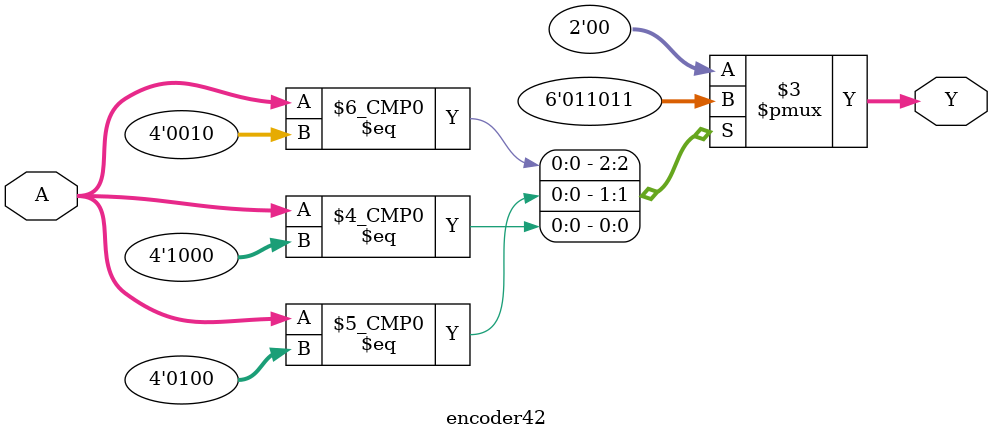
<source format=v>
`timescale 1ns / 1ps
module encoder42(A,Y);
input [3:0] A;
output reg [1:0] Y;


always @(*)
begin
	case (A)
		4'b0010 : Y = 2'b01;
		4'b0100 : Y = 2'b10;
		4'b1000 : Y = 2'b11;
		default : Y = 0;
	endcase
end

endmodule

</source>
